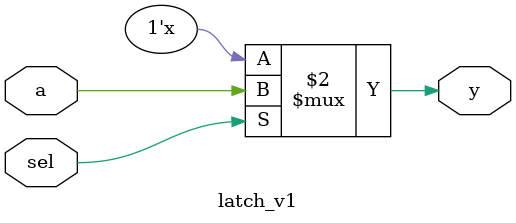
<source format=sv>
module latch_v1
(
  input logic a,
  input logic sel,
  output logic y
);

  always_comb begin
    y = sel ? a : y;
  end
endmodule

</source>
